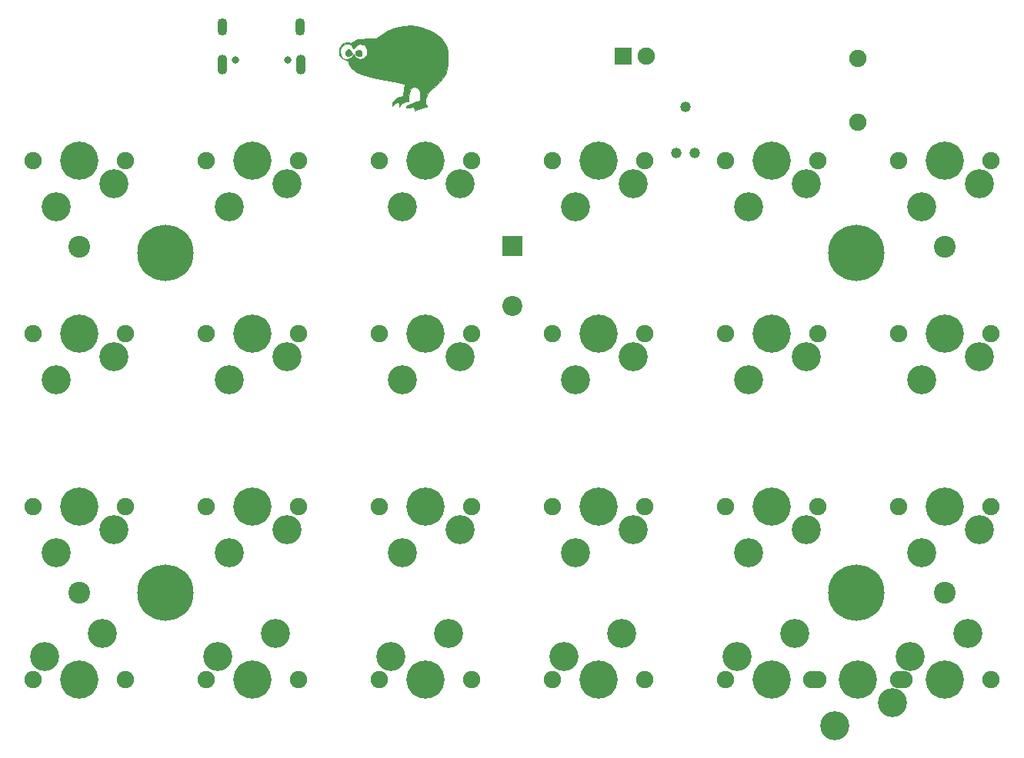
<source format=gts>
G04 #@! TF.GenerationSoftware,KiCad,Pcbnew,(5.0.1-dev-70-gb7b125d83)*
G04 #@! TF.CreationDate,2019-02-21T05:05:45+01:00*
G04 #@! TF.ProjectId,vitamins_included,766974616D696E735F696E636C756465,rev?*
G04 #@! TF.SameCoordinates,Original*
G04 #@! TF.FileFunction,Soldermask,Top*
G04 #@! TF.FilePolarity,Negative*
%FSLAX46Y46*%
G04 Gerber Fmt 4.6, Leading zero omitted, Abs format (unit mm)*
G04 Created by KiCad (PCBNEW (5.0.1-dev-70-gb7b125d83)) date 02/21/19 05:05:45*
%MOMM*%
%LPD*%
G01*
G04 APERTURE LIST*
%ADD10C,0.010000*%
%ADD11C,3.200000*%
%ADD12C,1.900000*%
%ADD13C,4.200000*%
%ADD14C,6.200000*%
%ADD15C,1.190600*%
%ADD16R,2.200000X2.200000*%
%ADD17C,2.200000*%
%ADD18R,1.900000X1.900000*%
%ADD19O,1.900000X1.900000*%
%ADD20C,0.800000*%
%ADD21O,1.100000X1.900000*%
%ADD22O,1.100000X2.200000*%
%ADD23C,2.400000*%
G04 APERTURE END LIST*
D10*
G04 #@! TO.C,G\002A\002A\002A*
G36*
X40406148Y-4685709D02*
X40557675Y-4835617D01*
X40595591Y-4936409D01*
X40590035Y-5174006D01*
X40469597Y-5333970D01*
X40280419Y-5391067D01*
X40068640Y-5320063D01*
X39999714Y-5262285D01*
X39887686Y-5118433D01*
X39894031Y-4985259D01*
X40020089Y-4801290D01*
X40209649Y-4670204D01*
X40406148Y-4685709D01*
X40406148Y-4685709D01*
G37*
X40406148Y-4685709D02*
X40557675Y-4835617D01*
X40595591Y-4936409D01*
X40590035Y-5174006D01*
X40469597Y-5333970D01*
X40280419Y-5391067D01*
X40068640Y-5320063D01*
X39999714Y-5262285D01*
X39887686Y-5118433D01*
X39894031Y-4985259D01*
X40020089Y-4801290D01*
X40209649Y-4670204D01*
X40406148Y-4685709D01*
G36*
X39281477Y-4696842D02*
X39432006Y-4840593D01*
X39522698Y-4994418D01*
X39528000Y-5029044D01*
X39464510Y-5156230D01*
X39321001Y-5297052D01*
X39167909Y-5387457D01*
X39125214Y-5395333D01*
X38995490Y-5340710D01*
X38899047Y-5262285D01*
X38791094Y-5106386D01*
X38766000Y-5014333D01*
X38831721Y-4850494D01*
X38980867Y-4699034D01*
X39139925Y-4633333D01*
X39281477Y-4696842D01*
X39281477Y-4696842D01*
G37*
X39281477Y-4696842D02*
X39432006Y-4840593D01*
X39522698Y-4994418D01*
X39528000Y-5029044D01*
X39464510Y-5156230D01*
X39321001Y-5297052D01*
X39167909Y-5387457D01*
X39125214Y-5395333D01*
X38995490Y-5340710D01*
X38899047Y-5262285D01*
X38791094Y-5106386D01*
X38766000Y-5014333D01*
X38831721Y-4850494D01*
X38980867Y-4699034D01*
X39139925Y-4633333D01*
X39281477Y-4696842D01*
G36*
X46987919Y-2162640D02*
X47933817Y-2475473D01*
X48217897Y-2600277D01*
X48861726Y-2963902D01*
X49363271Y-3397037D01*
X49741455Y-3917376D01*
X49849105Y-4125333D01*
X49942579Y-4337867D01*
X50005184Y-4533714D01*
X50042999Y-4755008D01*
X50062106Y-5043888D01*
X50068583Y-5442488D01*
X50069000Y-5649333D01*
X50056755Y-6240491D01*
X50009333Y-6725422D01*
X49910705Y-7135255D01*
X49744844Y-7501121D01*
X49495719Y-7854150D01*
X49147301Y-8225471D01*
X48683563Y-8646215D01*
X48402718Y-8885456D01*
X48124360Y-9151906D01*
X47883992Y-9438996D01*
X47749370Y-9653020D01*
X47623194Y-10001007D01*
X47576915Y-10330932D01*
X47612718Y-10596732D01*
X47698333Y-10729333D01*
X47814614Y-10867107D01*
X47770273Y-10952538D01*
X47566241Y-10984024D01*
X47550167Y-10984160D01*
X47317125Y-11020896D01*
X47017622Y-11114176D01*
X46830500Y-11191932D01*
X46386000Y-11398876D01*
X46386000Y-11179447D01*
X46377846Y-11055307D01*
X46325923Y-10996079D01*
X46189037Y-10987194D01*
X45925998Y-11014083D01*
X45920333Y-11014749D01*
X45614506Y-11032497D01*
X45461604Y-11000446D01*
X45455241Y-10926196D01*
X45589036Y-10817347D01*
X45856602Y-10681499D01*
X46251557Y-10526252D01*
X46363331Y-10487379D01*
X47021000Y-10263666D01*
X47046269Y-9732089D01*
X47053571Y-9431290D01*
X47027955Y-9238641D01*
X46951626Y-9093637D01*
X46814247Y-8943221D01*
X46546932Y-8752804D01*
X46299540Y-8720999D01*
X46084188Y-8837266D01*
X45912992Y-9091062D01*
X45798071Y-9471848D01*
X45754605Y-9865035D01*
X45733200Y-10348333D01*
X45408198Y-10401171D01*
X45062159Y-10535425D01*
X44888352Y-10697504D01*
X44693508Y-10941000D01*
X44693087Y-10660127D01*
X44679886Y-10472971D01*
X44618368Y-10414741D01*
X44502167Y-10437025D01*
X44297207Y-10537971D01*
X44121167Y-10669156D01*
X43930667Y-10843517D01*
X43930667Y-10665921D01*
X44007019Y-10416871D01*
X44208837Y-10175469D01*
X44495265Y-9981145D01*
X44732423Y-9892147D01*
X44914137Y-9843428D01*
X45035376Y-9784764D01*
X45115647Y-9682372D01*
X45174460Y-9502469D01*
X45231324Y-9211271D01*
X45275594Y-8951541D01*
X45312082Y-8636404D01*
X45292707Y-8461178D01*
X45271301Y-8434660D01*
X45165110Y-8404500D01*
X44919487Y-8351391D01*
X44561940Y-8280762D01*
X44119976Y-8198042D01*
X43621102Y-8108660D01*
X43606883Y-8106167D01*
X42664163Y-7931097D01*
X41872947Y-7761267D01*
X41215737Y-7591284D01*
X40675039Y-7415755D01*
X40233355Y-7229289D01*
X39873190Y-7026494D01*
X39697333Y-6901269D01*
X39501039Y-6705169D01*
X39312215Y-6446924D01*
X39167981Y-6185106D01*
X39105460Y-5978285D01*
X39105100Y-5966833D01*
X39043216Y-5848638D01*
X38884533Y-5818666D01*
X38653633Y-5745691D01*
X38386937Y-5540870D01*
X38365963Y-5520230D01*
X38190051Y-5329764D01*
X38108506Y-5171632D01*
X38095587Y-4980024D01*
X38202813Y-4980024D01*
X38303708Y-5283192D01*
X38489163Y-5522767D01*
X38730426Y-5676685D01*
X38998748Y-5722883D01*
X39265377Y-5639295D01*
X39392341Y-5538689D01*
X39547001Y-5364080D01*
X39642492Y-5221189D01*
X39697585Y-5141335D01*
X39752174Y-5221189D01*
X39929948Y-5471103D01*
X40181726Y-5657797D01*
X40443005Y-5733919D01*
X40450763Y-5734000D01*
X40756393Y-5662585D01*
X40988308Y-5473742D01*
X41139752Y-5205575D01*
X41203974Y-4896186D01*
X41174220Y-4583679D01*
X41043737Y-4306155D01*
X40805771Y-4101719D01*
X40745131Y-4073141D01*
X40423880Y-4007522D01*
X40134827Y-4100749D01*
X39866296Y-4351843D01*
X39724116Y-4494384D01*
X39642985Y-4498853D01*
X39636833Y-4486299D01*
X39462030Y-4219682D01*
X39190309Y-4032756D01*
X39056577Y-3991087D01*
X38786300Y-4016958D01*
X38521085Y-4167878D01*
X38310862Y-4405613D01*
X38215228Y-4635328D01*
X38202813Y-4980024D01*
X38095587Y-4980024D01*
X38094912Y-4970027D01*
X38109552Y-4784425D01*
X38160090Y-4482176D01*
X38263069Y-4272132D01*
X38417791Y-4109195D01*
X38647827Y-3962143D01*
X38908488Y-3878325D01*
X39145057Y-3867069D01*
X39302815Y-3937708D01*
X39316323Y-3955982D01*
X39406317Y-3957174D01*
X39581535Y-3861292D01*
X39710841Y-3765482D01*
X39857584Y-3651958D01*
X39989168Y-3573600D01*
X40141881Y-3522300D01*
X40352015Y-3489947D01*
X40655860Y-3468432D01*
X41089706Y-3449645D01*
X41131565Y-3448000D01*
X42210087Y-3405666D01*
X42668210Y-3055289D01*
X43457482Y-2550826D01*
X44290098Y-2208836D01*
X45160049Y-2029814D01*
X46061326Y-2014251D01*
X46987919Y-2162640D01*
X46987919Y-2162640D01*
G37*
X46987919Y-2162640D02*
X47933817Y-2475473D01*
X48217897Y-2600277D01*
X48861726Y-2963902D01*
X49363271Y-3397037D01*
X49741455Y-3917376D01*
X49849105Y-4125333D01*
X49942579Y-4337867D01*
X50005184Y-4533714D01*
X50042999Y-4755008D01*
X50062106Y-5043888D01*
X50068583Y-5442488D01*
X50069000Y-5649333D01*
X50056755Y-6240491D01*
X50009333Y-6725422D01*
X49910705Y-7135255D01*
X49744844Y-7501121D01*
X49495719Y-7854150D01*
X49147301Y-8225471D01*
X48683563Y-8646215D01*
X48402718Y-8885456D01*
X48124360Y-9151906D01*
X47883992Y-9438996D01*
X47749370Y-9653020D01*
X47623194Y-10001007D01*
X47576915Y-10330932D01*
X47612718Y-10596732D01*
X47698333Y-10729333D01*
X47814614Y-10867107D01*
X47770273Y-10952538D01*
X47566241Y-10984024D01*
X47550167Y-10984160D01*
X47317125Y-11020896D01*
X47017622Y-11114176D01*
X46830500Y-11191932D01*
X46386000Y-11398876D01*
X46386000Y-11179447D01*
X46377846Y-11055307D01*
X46325923Y-10996079D01*
X46189037Y-10987194D01*
X45925998Y-11014083D01*
X45920333Y-11014749D01*
X45614506Y-11032497D01*
X45461604Y-11000446D01*
X45455241Y-10926196D01*
X45589036Y-10817347D01*
X45856602Y-10681499D01*
X46251557Y-10526252D01*
X46363331Y-10487379D01*
X47021000Y-10263666D01*
X47046269Y-9732089D01*
X47053571Y-9431290D01*
X47027955Y-9238641D01*
X46951626Y-9093637D01*
X46814247Y-8943221D01*
X46546932Y-8752804D01*
X46299540Y-8720999D01*
X46084188Y-8837266D01*
X45912992Y-9091062D01*
X45798071Y-9471848D01*
X45754605Y-9865035D01*
X45733200Y-10348333D01*
X45408198Y-10401171D01*
X45062159Y-10535425D01*
X44888352Y-10697504D01*
X44693508Y-10941000D01*
X44693087Y-10660127D01*
X44679886Y-10472971D01*
X44618368Y-10414741D01*
X44502167Y-10437025D01*
X44297207Y-10537971D01*
X44121167Y-10669156D01*
X43930667Y-10843517D01*
X43930667Y-10665921D01*
X44007019Y-10416871D01*
X44208837Y-10175469D01*
X44495265Y-9981145D01*
X44732423Y-9892147D01*
X44914137Y-9843428D01*
X45035376Y-9784764D01*
X45115647Y-9682372D01*
X45174460Y-9502469D01*
X45231324Y-9211271D01*
X45275594Y-8951541D01*
X45312082Y-8636404D01*
X45292707Y-8461178D01*
X45271301Y-8434660D01*
X45165110Y-8404500D01*
X44919487Y-8351391D01*
X44561940Y-8280762D01*
X44119976Y-8198042D01*
X43621102Y-8108660D01*
X43606883Y-8106167D01*
X42664163Y-7931097D01*
X41872947Y-7761267D01*
X41215737Y-7591284D01*
X40675039Y-7415755D01*
X40233355Y-7229289D01*
X39873190Y-7026494D01*
X39697333Y-6901269D01*
X39501039Y-6705169D01*
X39312215Y-6446924D01*
X39167981Y-6185106D01*
X39105460Y-5978285D01*
X39105100Y-5966833D01*
X39043216Y-5848638D01*
X38884533Y-5818666D01*
X38653633Y-5745691D01*
X38386937Y-5540870D01*
X38365963Y-5520230D01*
X38190051Y-5329764D01*
X38108506Y-5171632D01*
X38095587Y-4980024D01*
X38202813Y-4980024D01*
X38303708Y-5283192D01*
X38489163Y-5522767D01*
X38730426Y-5676685D01*
X38998748Y-5722883D01*
X39265377Y-5639295D01*
X39392341Y-5538689D01*
X39547001Y-5364080D01*
X39642492Y-5221189D01*
X39697585Y-5141335D01*
X39752174Y-5221189D01*
X39929948Y-5471103D01*
X40181726Y-5657797D01*
X40443005Y-5733919D01*
X40450763Y-5734000D01*
X40756393Y-5662585D01*
X40988308Y-5473742D01*
X41139752Y-5205575D01*
X41203974Y-4896186D01*
X41174220Y-4583679D01*
X41043737Y-4306155D01*
X40805771Y-4101719D01*
X40745131Y-4073141D01*
X40423880Y-4007522D01*
X40134827Y-4100749D01*
X39866296Y-4351843D01*
X39724116Y-4494384D01*
X39642985Y-4498853D01*
X39636833Y-4486299D01*
X39462030Y-4219682D01*
X39190309Y-4032756D01*
X39056577Y-3991087D01*
X38786300Y-4016958D01*
X38521085Y-4167878D01*
X38310862Y-4405613D01*
X38215228Y-4635328D01*
X38202813Y-4980024D01*
X38095587Y-4980024D01*
X38094912Y-4970027D01*
X38109552Y-4784425D01*
X38160090Y-4482176D01*
X38263069Y-4272132D01*
X38417791Y-4109195D01*
X38647827Y-3962143D01*
X38908488Y-3878325D01*
X39145057Y-3867069D01*
X39302815Y-3937708D01*
X39316323Y-3955982D01*
X39406317Y-3957174D01*
X39581535Y-3861292D01*
X39710841Y-3765482D01*
X39857584Y-3651958D01*
X39989168Y-3573600D01*
X40141881Y-3522300D01*
X40352015Y-3489947D01*
X40655860Y-3468432D01*
X41089706Y-3449645D01*
X41131565Y-3448000D01*
X42210087Y-3405666D01*
X42668210Y-3055289D01*
X43457482Y-2550826D01*
X44290098Y-2208836D01*
X45160049Y-2029814D01*
X46061326Y-2014251D01*
X46987919Y-2162640D01*
G04 #@! TD*
D11*
G04 #@! TO.C,SW5*
X83160000Y-21930000D03*
X89510000Y-19390000D03*
D12*
X80620000Y-16850000D03*
X90780000Y-16850000D03*
D13*
X85700000Y-16850000D03*
G04 #@! TD*
D12*
G04 #@! TO.C,P4*
X95192500Y-12628000D03*
X95192500Y-5628000D03*
G04 #@! TD*
D11*
G04 #@! TO.C,SW14*
X26010000Y-60030000D03*
X32360000Y-57490000D03*
D12*
X23470000Y-54950000D03*
X33630000Y-54950000D03*
D13*
X28550000Y-54950000D03*
G04 #@! TD*
D11*
G04 #@! TO.C,SW2*
X26010000Y-21930000D03*
X32360000Y-19390000D03*
D12*
X23470000Y-16850000D03*
X33630000Y-16850000D03*
D13*
X28550000Y-16850000D03*
G04 #@! TD*
D14*
G04 #@! TO.C,REF\002A\002A*
X95000000Y-27000000D03*
G04 #@! TD*
D11*
G04 #@! TO.C,SW22*
X69190000Y-68920000D03*
X62840000Y-71460000D03*
D12*
X71730000Y-74000000D03*
X61570000Y-74000000D03*
D13*
X66650000Y-74000000D03*
G04 #@! TD*
D11*
G04 #@! TO.C,SW17*
X83160000Y-60030000D03*
X89510000Y-57490000D03*
D12*
X80620000Y-54950000D03*
X90780000Y-54950000D03*
D13*
X85700000Y-54950000D03*
G04 #@! TD*
D11*
G04 #@! TO.C,SW20*
X31090000Y-68920000D03*
X24740000Y-71460000D03*
D12*
X33630000Y-74000000D03*
X23470000Y-74000000D03*
D13*
X28550000Y-74000000D03*
G04 #@! TD*
D14*
G04 #@! TO.C,REF\002A\002A*
X19000000Y-64500000D03*
G04 #@! TD*
D11*
G04 #@! TO.C,SW19*
X12040000Y-68920000D03*
X5690000Y-71460000D03*
D12*
X14580000Y-74000000D03*
X4420000Y-74000000D03*
D13*
X9500000Y-74000000D03*
G04 #@! TD*
D11*
G04 #@! TO.C,SW3*
X45060000Y-21930000D03*
X51410000Y-19390000D03*
D12*
X42520000Y-16850000D03*
X52680000Y-16850000D03*
D13*
X47600000Y-16850000D03*
G04 #@! TD*
D11*
G04 #@! TO.C,SW12*
X102210000Y-40980000D03*
X108560000Y-38440000D03*
D12*
X99670000Y-35900000D03*
X109830000Y-35900000D03*
D13*
X104750000Y-35900000D03*
G04 #@! TD*
D11*
G04 #@! TO.C,SW21*
X50140000Y-68920000D03*
X43790000Y-71460000D03*
D12*
X52680000Y-74000000D03*
X42520000Y-74000000D03*
D13*
X47600000Y-74000000D03*
G04 #@! TD*
D11*
G04 #@! TO.C,SW16*
X64110000Y-60030000D03*
X70460000Y-57490000D03*
D12*
X61570000Y-54950000D03*
X71730000Y-54950000D03*
D13*
X66650000Y-54950000D03*
G04 #@! TD*
D11*
G04 #@! TO.C,SW9*
X45060000Y-40980000D03*
X51410000Y-38440000D03*
D12*
X42520000Y-35900000D03*
X52680000Y-35900000D03*
D13*
X47600000Y-35900000D03*
G04 #@! TD*
D14*
G04 #@! TO.C,REF\002A\002A*
X95000000Y-64500000D03*
G04 #@! TD*
D15*
G04 #@! TO.C,J3*
X76250000Y-10960000D03*
X77266000Y-16040000D03*
X75234000Y-16040000D03*
G04 #@! TD*
D16*
G04 #@! TO.C,J1*
X57176000Y-26296000D03*
D17*
X57176000Y-32896000D03*
G04 #@! TD*
D11*
G04 #@! TO.C,SW23*
X88240000Y-68920000D03*
X81890000Y-71460000D03*
D12*
X90780000Y-74000000D03*
X80620000Y-74000000D03*
D13*
X85700000Y-74000000D03*
G04 #@! TD*
D18*
G04 #@! TO.C,J2*
X69400000Y-5400000D03*
D19*
X71940000Y-5400000D03*
G04 #@! TD*
D11*
G04 #@! TO.C,SW10*
X64110000Y-40980000D03*
X70460000Y-38440000D03*
D12*
X61570000Y-35900000D03*
X71730000Y-35900000D03*
D13*
X66650000Y-35900000D03*
G04 #@! TD*
D11*
G04 #@! TO.C,SW24*
X92685000Y-79080000D03*
X99035000Y-76540000D03*
D12*
X90145000Y-74000000D03*
X100305000Y-74000000D03*
D13*
X95225000Y-74000000D03*
G04 #@! TD*
D11*
G04 #@! TO.C,SW7*
X6960000Y-40980000D03*
X13310000Y-38440000D03*
D12*
X4420000Y-35900000D03*
X14580000Y-35900000D03*
D13*
X9500000Y-35900000D03*
G04 #@! TD*
D11*
G04 #@! TO.C,SW11*
X83160000Y-40980000D03*
X89510000Y-38440000D03*
D12*
X80620000Y-35900000D03*
X90780000Y-35900000D03*
D13*
X85700000Y-35900000D03*
G04 #@! TD*
D20*
G04 #@! TO.C,J9*
X26710000Y-5830000D03*
X32490000Y-5830000D03*
D21*
X33830000Y-2140000D03*
X25280000Y-2140000D03*
D22*
X33920000Y-6310000D03*
X25280000Y-6310000D03*
G04 #@! TD*
D11*
G04 #@! TO.C,SW13*
X6960000Y-60030000D03*
X13310000Y-57490000D03*
D12*
X4420000Y-54950000D03*
X14580000Y-54950000D03*
D13*
X9500000Y-54950000D03*
G04 #@! TD*
D11*
G04 #@! TO.C,SW15*
X45060000Y-60030000D03*
X51410000Y-57490000D03*
D12*
X42520000Y-54950000D03*
X52680000Y-54950000D03*
D13*
X47600000Y-54950000D03*
G04 #@! TD*
D11*
G04 #@! TO.C,SW1*
X6960000Y-21930000D03*
X13310000Y-19390000D03*
D12*
X4420000Y-16850000D03*
X14580000Y-16850000D03*
D13*
X9500000Y-16850000D03*
G04 #@! TD*
D11*
G04 #@! TO.C,SW8*
X26010000Y-40980000D03*
X32360000Y-38440000D03*
D12*
X23470000Y-35900000D03*
X33630000Y-35900000D03*
D13*
X28550000Y-35900000D03*
G04 #@! TD*
D11*
G04 #@! TO.C,SW6*
X102210000Y-21930000D03*
X108560000Y-19390000D03*
D12*
X99670000Y-16850000D03*
X109830000Y-16850000D03*
D13*
X104750000Y-16850000D03*
G04 #@! TD*
D11*
G04 #@! TO.C,SW18*
X102210000Y-60030000D03*
X108560000Y-57490000D03*
D12*
X99670000Y-54950000D03*
X109830000Y-54950000D03*
D13*
X104750000Y-54950000D03*
G04 #@! TD*
D14*
G04 #@! TO.C,REF\002A\002A*
X19000000Y-27000000D03*
G04 #@! TD*
D11*
G04 #@! TO.C,SW4*
X64110000Y-21930000D03*
X70460000Y-19390000D03*
D12*
X61570000Y-16850000D03*
X71730000Y-16850000D03*
D13*
X66650000Y-16850000D03*
G04 #@! TD*
D23*
G04 #@! TO.C,REF\002A\002A*
X104750000Y-64475000D03*
G04 #@! TD*
G04 #@! TO.C,REF\002A\002A*
X9500000Y-26375000D03*
G04 #@! TD*
D11*
G04 #@! TO.C,SW24*
X107290000Y-68920000D03*
X100940000Y-71460000D03*
D12*
X109830000Y-74000000D03*
X99670000Y-74000000D03*
D13*
X104750000Y-74000000D03*
G04 #@! TD*
D23*
G04 #@! TO.C,REF\002A\002A*
X104750000Y-26375000D03*
G04 #@! TD*
G04 #@! TO.C,REF\002A\002A*
X9500000Y-64475000D03*
G04 #@! TD*
M02*

</source>
